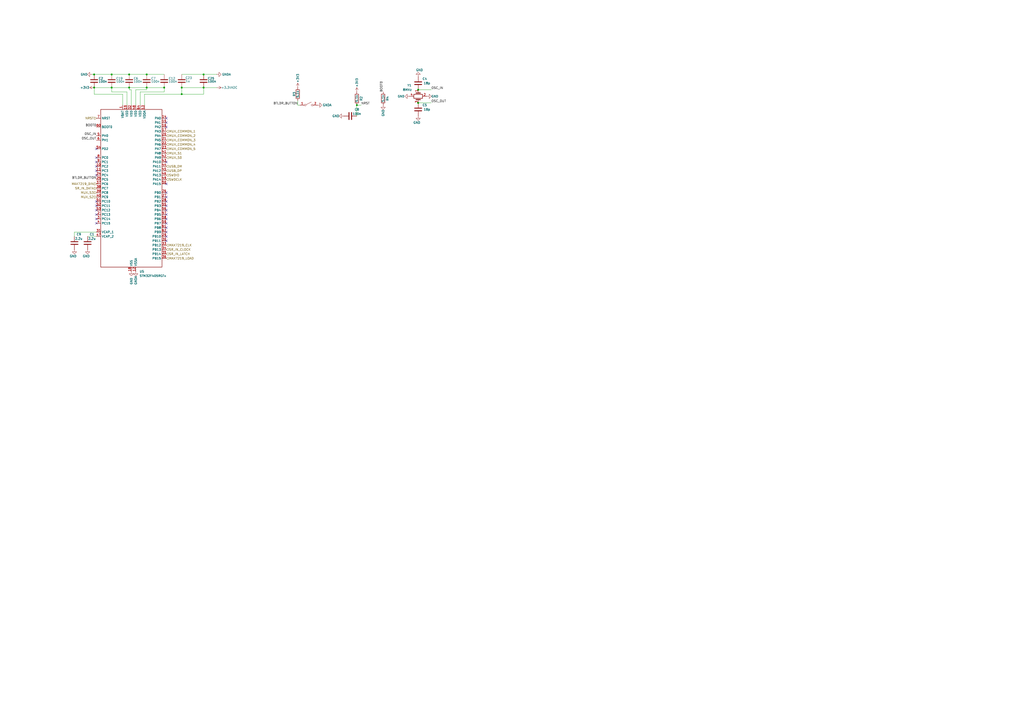
<source format=kicad_sch>
(kicad_sch (version 20250114) (generator "eeschema") (generator_version "9.0")
  (paper "A2")
  (lib_symbols
    (symbol "Device:C" (pin_numbers (hide yes)) (pin_names (offset 0.254))
      (property "Reference" "C" (at 0.635 2.54 0))
      (property "Value" "C" (at 0.635 -2.54 0))
      (symbol "C_0_1"
        (polyline (pts (xy -2.032 0.762) (xy 2.032 0.762)) (stroke (width 0.508)))
        (polyline (pts (xy -2.032 -0.762) (xy 2.032 -0.762)) (stroke (width 0.508)))
      )
      (symbol "C_1_1"
        (pin passive line (at 0 3.81 270) (length 2.794) (name "~") (number "1"))
        (pin passive line (at 0 -3.81 90) (length 2.794) (name "~") (number "2"))
      )
    )
    (symbol "Device:R" (pin_numbers (hide yes)) (pin_names (offset 0))
      (property "Reference" "R" (at 2.032 0 90))
      (property "Value" "R" (at 0 0 90))
      (symbol "R_0_1"
        (rectangle (start -1.016 -2.54) (end 1.016 2.54) (stroke (width 0.254)))
      )
      (symbol "R_1_1"
        (pin passive line (at 0 3.81 270) (length 1.27) (name "~") (number "1"))
        (pin passive line (at 0 -3.81 90) (length 1.27) (name "~") (number "2"))
      )
    )
    (symbol "Igor:12MHz" (pin_names (hide yes))
      (property "Reference" "Y1" (at -6.35 0 0))
      (property "Value" "12MHz" (at 1.27 3.81 0))
      (symbol "12MHz_0_1"
        (polyline (pts (xy -2.54 0) (xy -1.905 0)))
        (polyline (pts (xy -1.905 -1.27) (xy -1.905 1.27)) (stroke (width 0.508)))
        (rectangle (start -1.143 2.54) (end 1.143 -2.54) (stroke (width 0.3048)))
        (polyline (pts (xy 1.905 -1.27) (xy 1.905 1.27)) (stroke (width 0.508)))
        (polyline (pts (xy 2.54 0) (xy 1.905 0)))
      )
      (symbol "12MHz_1_1"
        (pin passive line (at -3.81 0 0) (length 1.27) (name "1") (number "1"))
        (pin passive line (at 0 5.08 270) (length 2.54) (name "2") (number "2"))
        (pin passive line (at 0 -5.08 90) (length 2.54) (name "4") (number "4"))
        (pin passive line (at 3.81 0 180) (length 1.27) (name "3") (number "3"))
      )
    )
    (symbol "MCU_ST_STM32F4:STM32F405RGTx"
      (property "Reference" "U?" (at 4.6833 -48.26 0))
      (property "Value" "STM32F405RGTx" (at 4.6833 -50.8 0))
      (symbol "STM32F405RGTx_1_1"
        (rectangle (start -17.78 45.72) (end 17.78 -45.72) (stroke (width 0.254)))
        (pin input line (at -20.32 40.64 0) (length 2.54) (name "NRST") (number "7"))
        (pin input line (at -20.32 35.56 0) (length 2.54) (name "BOOT0") (number "60"))
        (pin bidirectional line (at -20.32 30.48 0) (length 2.54) (name "PH0") (number "5"))
        (pin bidirectional line (at -20.32 27.94 0) (length 2.54) (name "PH1") (number "6"))
        (pin bidirectional line (at -20.32 22.86 0) (length 2.54) (name "PD2") (number "54"))
        (pin bidirectional line (at -20.32 17.78 0) (length 2.54) (name "PC0") (number "8"))
        (pin bidirectional line (at -20.32 15.24 0) (length 2.54) (name "PC1") (number "9"))
        (pin bidirectional line (at -20.32 12.7 0) (length 2.54) (name "PC2") (number "10"))
        (pin bidirectional line (at -20.32 10.16 0) (length 2.54) (name "PC3") (number "11"))
        (pin bidirectional line (at -20.32 7.62 0) (length 2.54) (name "PC4") (number "24"))
        (pin bidirectional line (at -20.32 5.08 0) (length 2.54) (name "PC5") (number "25"))
        (pin bidirectional line (at -20.32 2.54 0) (length 2.54) (name "PC6") (number "37"))
        (pin bidirectional line (at -20.32 0 0) (length 2.54) (name "PC7") (number "38"))
        (pin bidirectional line (at -20.32 -2.54 0) (length 2.54) (name "PC8") (number "39"))
        (pin bidirectional line (at -20.32 -5.08 0) (length 2.54) (name "PC9") (number "40"))
        (pin bidirectional line (at -20.32 -7.62 0) (length 2.54) (name "PC10") (number "51"))
        (pin bidirectional line (at -20.32 -10.16 0) (length 2.54) (name "PC11") (number "52"))
        (pin bidirectional line (at -20.32 -12.7 0) (length 2.54) (name "PC12") (number "53"))
        (pin bidirectional line (at -20.32 -15.24 0) (length 2.54) (name "PC13") (number "2"))
        (pin bidirectional line (at -20.32 -17.78 0) (length 2.54) (name "PC14") (number "3"))
        (pin bidirectional line (at -20.32 -20.32 0) (length 2.54) (name "PC15") (number "4"))
        (pin power_out line (at -20.32 -25.4 0) (length 2.54) (name "VCAP_1") (number "31"))
        (pin power_out line (at -20.32 -27.94 0) (length 2.54) (name "VCAP_2") (number "47"))
        (pin power_in line (at -5.08 48.26 270) (length 2.54) (name "VBAT") (number "1"))
        (pin power_in line (at -2.54 48.26 270) (length 2.54) (name "VDD") (number "19"))
        (pin power_in line (at 0 48.26 270) (length 2.54) (name "VDD") (number "32"))
        (pin power_in line (at 0 -48.26 90) (length 2.54) (name "VSS") (number "18"))
        (pin passive line (at 0 -48.26 90) (length 2.54) (hide yes) (name "VSS") (number "63"))
        (pin power_in line (at 2.54 48.26 270) (length 2.54) (name "VDD") (number "48"))
        (pin power_in line (at 2.54 -48.26 90) (length 2.54) (name "VSSA") (number "12"))
        (pin power_in line (at 5.08 48.26 270) (length 2.54) (name "VDD") (number "64"))
        (pin power_in line (at 7.62 48.26 270) (length 2.54) (name "VDDA") (number "13"))
        (pin bidirectional line (at 20.32 40.64 180) (length 2.54) (name "PA0") (number "14"))
        (pin bidirectional line (at 20.32 38.1 180) (length 2.54) (name "PA1") (number "15"))
        (pin bidirectional line (at 20.32 35.56 180) (length 2.54) (name "PA2") (number "16"))
        (pin bidirectional line (at 20.32 33.02 180) (length 2.54) (name "PA3") (number "17"))
        (pin bidirectional line (at 20.32 30.48 180) (length 2.54) (name "PA4") (number "20"))
        (pin bidirectional line (at 20.32 27.94 180) (length 2.54) (name "PA5") (number "21"))
        (pin bidirectional line (at 20.32 25.4 180) (length 2.54) (name "PA6") (number "22"))
        (pin bidirectional line (at 20.32 22.86 180) (length 2.54) (name "PA7") (number "23"))
        (pin bidirectional line (at 20.32 20.32 180) (length 2.54) (name "PA8") (number "41"))
        (pin bidirectional line (at 20.32 17.78 180) (length 2.54) (name "PA9") (number "42"))
        (pin bidirectional line (at 20.32 15.24 180) (length 2.54) (name "PA10") (number "43"))
        (pin bidirectional line (at 20.32 12.7 180) (length 2.54) (name "PA11") (number "44"))
        (pin bidirectional line (at 20.32 10.16 180) (length 2.54) (name "PA12") (number "45"))
        (pin bidirectional line (at 20.32 7.62 180) (length 2.54) (name "PA13") (number "46"))
        (pin bidirectional line (at 20.32 5.08 180) (length 2.54) (name "PA14") (number "49"))
        (pin bidirectional line (at 20.32 2.54 180) (length 2.54) (name "PA15") (number "50"))
        (pin bidirectional line (at 20.32 -2.54 180) (length 2.54) (name "PB0") (number "26"))
        (pin bidirectional line (at 20.32 -5.08 180) (length 2.54) (name "PB1") (number "27"))
        (pin bidirectional line (at 20.32 -7.62 180) (length 2.54) (name "PB2") (number "28"))
        (pin bidirectional line (at 20.32 -10.16 180) (length 2.54) (name "PB3") (number "55"))
        (pin bidirectional line (at 20.32 -12.7 180) (length 2.54) (name "PB4") (number "56"))
        (pin bidirectional line (at 20.32 -15.24 180) (length 2.54) (name "PB5") (number "57"))
        (pin bidirectional line (at 20.32 -17.78 180) (length 2.54) (name "PB6") (number "58"))
        (pin bidirectional line (at 20.32 -20.32 180) (length 2.54) (name "PB7") (number "59"))
        (pin bidirectional line (at 20.32 -22.86 180) (length 2.54) (name "PB8") (number "61"))
        (pin bidirectional line (at 20.32 -25.4 180) (length 2.54) (name "PB9") (number "62"))
        (pin bidirectional line (at 20.32 -27.94 180) (length 2.54) (name "PB10") (number "29"))
        (pin bidirectional line (at 20.32 -30.48 180) (length 2.54) (name "PB11") (number "30"))
        (pin bidirectional line (at 20.32 -33.02 180) (length 2.54) (name "PB12") (number "33"))
        (pin bidirectional line (at 20.32 -35.56 180) (length 2.54) (name "PB13") (number "34"))
        (pin bidirectional line (at 20.32 -38.1 180) (length 2.54) (name "PB14") (number "35"))
        (pin bidirectional line (at 20.32 -40.64 180) (length 2.54) (name "PB15") (number "36"))
      )
    )
    (symbol "Switch:SW_SPST" (pin_names (offset 0) (hide yes))
      (property "Reference" "SW" (at 0 3.175 0))
      (property "Value" "SW_SPST" (at 0 -2.54 0))
      (symbol "SW_SPST_0_0"
        (circle (center -2.032 0) (radius 0.508))
        (polyline (pts (xy -1.524 0.254) (xy 1.524 1.778)))
        (circle (center 2.032 0) (radius 0.508))
      )
      (symbol "SW_SPST_1_1"
        (pin passive line (at -5.08 0 0) (length 2.54) (name "A") (number "1"))
        (pin passive line (at 5.08 0 180) (length 2.54) (name "B") (number "2"))
      )
    )
    (symbol "power:+3.3VADC" (power) (pin_names (offset 0))
      (property "Value" "+3.3VADC" (at 0 2.54 0))
      (symbol "+3.3VADC_0_0"
        (pin power_in line (at 0 0 90) (length 0) (hide yes) (name "+3.3VADC") (number "1"))
      )
      (symbol "+3.3VADC_0_1"
        (polyline (pts (xy -0.762 1.27) (xy 0 2.54)))
        (polyline (pts (xy 0 2.54) (xy 0.762 1.27)))
        (polyline (pts (xy 0 0) (xy 0 2.54)))
      )
    )
    (symbol "power:+3V3" (power) (pin_numbers (hide yes)) (pin_names (offset 0) (hide yes))
      (property "Value" "+3V3" (at 0 3.556 0))
      (symbol "+3V3_0_1"
        (polyline (pts (xy -0.762 1.27) (xy 0 2.54)))
        (polyline (pts (xy 0 2.54) (xy 0.762 1.27)))
        (polyline (pts (xy 0 0) (xy 0 2.54)))
      )
      (symbol "+3V3_1_1"
        (pin power_in line (at 0 0 90) (length 0) (name "~") (number "1"))
      )
    )
    (symbol "power:GND" (power) (pin_numbers (hide yes)) (pin_names (offset 0) (hide yes))
      (property "Value" "GND" (at 0 -3.81 0))
      (symbol "GND_0_1"
        (polyline (pts (xy 0 0) (xy 0 -1.27) (xy 1.27 -1.27) (xy 0 -2.54) (xy -1.27 -1.27) (xy 0 -1.27)))
      )
      (symbol "GND_1_1"
        (pin power_in line (at 0 0 270) (length 0) (name "~") (number "1"))
      )
    )
    (symbol "power:GNDA" (power) (pin_numbers (hide yes)) (pin_names (offset 0) (hide yes))
      (property "Value" "GNDA" (at 0 -3.81 0))
      (symbol "GNDA_0_1"
        (polyline (pts (xy 0 0) (xy 0 -1.27) (xy 1.27 -1.27) (xy 0 -2.54) (xy -1.27 -1.27) (xy 0 -1.27)))
      )
      (symbol "GNDA_1_1"
        (pin power_in line (at 0 0 270) (length 0) (name "~") (number "1"))
      )
    )
  )
  (junction (at 118.11 50.8))
  (junction (at 64.77 43.18))
  (junction (at 54.61 43.18))
  (junction (at 207.01 60.96))
  (junction (at 242.57 52.07))
  (junction (at 64.77 50.8))
  (junction (at 105.41 50.8))
  (junction (at 85.09 43.18))
  (junction (at 105.41 54.61))
  (junction (at 118.11 43.18))
  (junction (at 54.61 50.8))
  (junction (at 85.09 50.8))
  (junction (at 74.93 43.18))
  (junction (at 74.93 50.8))
  (junction (at 242.57 59.69))
  (junction (at 95.25 50.8))
  (no_connect (at 55.88 129.54))
  (no_connect (at 55.88 93.98))
  (no_connect (at 55.88 91.44))
  (no_connect (at 96.52 93.98))
  (no_connect (at 96.52 139.7))
  (no_connect (at 55.88 121.92))
  (no_connect (at 55.88 99.06))
  (no_connect (at 96.52 121.92))
  (no_connect (at 55.88 101.6))
  (no_connect (at 96.52 119.38))
  (no_connect (at 96.52 73.66))
  (no_connect (at 96.52 116.84))
  (no_connect (at 55.88 124.46))
  (no_connect (at 55.88 127))
  (no_connect (at 96.52 71.12))
  (no_connect (at 55.88 119.38))
  (no_connect (at 96.52 106.68))
  (no_connect (at 96.52 124.46))
  (no_connect (at 96.52 114.3))
  (no_connect (at 55.88 96.52))
  (no_connect (at 55.88 116.84))
  (no_connect (at 96.52 111.76))
  (no_connect (at 55.88 86.36))
  (no_connect (at 96.52 127))
  (no_connect (at 96.52 137.16))
  (no_connect (at 96.52 134.62))
  (no_connect (at 96.52 132.08))
  (no_connect (at 96.52 129.54))
  (no_connect (at 96.52 68.58))
  (wire (pts (xy 64.77 50.8) (xy 74.93 50.8)))
  (wire (pts (xy 43.18 134.62) (xy 55.88 134.62)))
  (wire (pts (xy 83.82 60.96) (xy 83.82 54.61)))
  (wire (pts (xy 76.2 60.96) (xy 76.2 52.07)))
  (wire (pts (xy 207.01 60.96) (xy 209.55 60.96)))
  (wire (pts (xy 105.41 50.8) (xy 118.11 50.8)))
  (wire (pts (xy 64.77 43.18) (xy 74.93 43.18)))
  (wire (pts (xy 125.73 43.18) (xy 118.11 43.18)))
  (wire (pts (xy 81.28 60.96) (xy 81.28 53.34)))
  (wire (pts (xy 54.61 50.8) (xy 64.77 50.8)))
  (wire (pts (xy 64.77 53.34) (xy 64.77 50.8)))
  (wire (pts (xy 105.41 43.18) (xy 118.11 43.18)))
  (wire (pts (xy 71.12 54.61) (xy 54.61 54.61)))
  (wire (pts (xy 78.74 52.07) (xy 78.74 60.96)))
  (wire (pts (xy 172.72 60.96) (xy 173.99 60.96)))
  (wire (pts (xy 73.66 60.96) (xy 73.66 53.34)))
  (wire (pts (xy 172.72 58.42) (xy 172.72 60.96)))
  (wire (pts (xy 250.19 52.07) (xy 242.57 52.07)))
  (wire (pts (xy 83.82 54.61) (xy 105.41 54.61)))
  (wire (pts (xy 242.57 59.69) (xy 250.19 59.69)))
  (wire (pts (xy 85.09 43.18) (xy 95.25 43.18)))
  (wire (pts (xy 54.61 43.18) (xy 64.77 43.18)))
  (wire (pts (xy 85.09 52.07) (xy 85.09 50.8)))
  (wire (pts (xy 71.12 60.96) (xy 71.12 54.61)))
  (wire (pts (xy 105.41 54.61) (xy 105.41 50.8)))
  (wire (pts (xy 53.34 43.18) (xy 54.61 43.18)))
  (wire (pts (xy 95.25 53.34) (xy 95.25 50.8)))
  (wire (pts (xy 74.93 43.18) (xy 85.09 43.18)))
  (wire (pts (xy 73.66 53.34) (xy 64.77 53.34)))
  (wire (pts (xy 76.2 52.07) (xy 74.93 52.07)))
  (wire (pts (xy 78.74 52.07) (xy 85.09 52.07)))
  (wire (pts (xy 105.41 54.61) (xy 118.11 54.61)))
  (wire (pts (xy 74.93 52.07) (xy 74.93 50.8)))
  (wire (pts (xy 54.61 54.61) (xy 54.61 50.8)))
  (wire (pts (xy 74.93 50.8) (xy 85.09 50.8)))
  (wire (pts (xy 118.11 54.61) (xy 118.11 50.8)))
  (wire (pts (xy 43.18 134.62) (xy 43.18 137.16)))
  (wire (pts (xy 50.8 137.16) (xy 55.88 137.16)))
  (wire (pts (xy 125.73 50.8) (xy 118.11 50.8)))
  (wire (pts (xy 81.28 53.34) (xy 95.25 53.34)))
  (wire (pts (xy 207.01 67.31) (xy 207.01 60.96)))
  (wire (pts (xy 85.09 50.8) (xy 95.25 50.8)))
  (label "NRST" (at 209.55 60.96 0))
  (label "BOOT0" (at 222.25 53.34 90))
  (label "OSC_IN" (at 250.19 52.07 0))
  (label "OSC_OUT" (at 55.88 81.28 180))
  (label "BOOT0" (at 55.88 73.66 180))
  (label "OSC_OUT" (at 250.19 59.69 0))
  (label "BTLDR_BUTTON" (at 55.88 104.14 180))
  (label "OSC_IN" (at 55.88 78.74 180))
  (label "BTLDR_BUTTON" (at 172.72 60.96 180))
  (hierarchical_label "MAX7219_LOAD" (shape input) (at 96.52 149.86 0))
  (hierarchical_label "MUX_COMMON_3" (shape input) (at 96.52 81.28 0))
  (hierarchical_label "MUX_S0" (shape input) (at 96.52 91.44 0))
  (hierarchical_label "SR_IN_CLOCK" (shape input) (at 96.52 144.78 0))
  (hierarchical_label "SWDCLK" (shape input) (at 96.52 104.14 0))
  (hierarchical_label "MAX7219_DIN" (shape input) (at 55.88 106.68 180))
  (hierarchical_label "MUX_S2" (shape input) (at 55.88 114.3 180))
  (hierarchical_label "MUX_S3" (shape input) (at 55.88 111.76 180))
  (hierarchical_label "MUX_COMMON_1" (shape input) (at 96.52 76.2 0))
  (hierarchical_label "MAX7219_CLK" (shape input) (at 96.52 142.24 0))
  (hierarchical_label "MUX_COMMON_5" (shape input) (at 96.52 86.36 0))
  (hierarchical_label "MUX_COMMON_4" (shape input) (at 96.52 83.82 0))
  (hierarchical_label "NRST" (shape input) (at 55.88 68.58 180))
  (hierarchical_label "SR_IN_LATCH" (shape input) (at 96.52 147.32 0))
  (hierarchical_label "MUX_COMMON_2" (shape input) (at 96.52 78.74 0))
  (hierarchical_label "USB_DM" (shape input) (at 96.52 96.52 0))
  (hierarchical_label "USB_DP" (shape input) (at 96.52 99.06 0))
  (hierarchical_label "MUX_S1" (shape input) (at 96.52 88.9 0))
  (hierarchical_label "SR_IN_DATA" (shape input) (at 55.88 109.22 180))
  (hierarchical_label "SWDIO" (shape input) (at 96.52 101.6 0))
  (symbol (lib_id "power:GNDA") (at 78.74 157.48 0) (unit 1)
    (property "Reference" "#PWR062" (effects (hide yes)))
    (property "Value" "GNDA" (at 78.74 160.02 90) (effects (justify right)))
    (property "Description" "Power symbol creates a global label with name \"GNDA\" , analog ground" (effects (hide yes)))
  )
  (symbol (lib_id "power:GND") (at 53.34 43.18 270) (unit 1)
    (property "Reference" "#PWR056" (effects (hide yes)))
    (property "Value" "GND" (at 50.8 43.18 90) (effects (justify right)))
  )
  (symbol (lib_id "power:GND") (at 242.57 44.45 180) (unit 1)
    (property "Reference" "#PWR064" (effects (hide yes)))
    (property "Value" "GND" (at 241.3 40.64 0) (effects (justify right)))
  )
  (symbol (lib_id "Device:R") (at 207.01 57.15 180) (unit 1)
    (property "Reference" "R2" (at 209.55 57.15 90))
    (property "Value" "5.1k" (at 207.01 57.15 90))
    (property "Footprint" "Resistor_SMD:R_0402_1005Metric" (effects (hide yes)))
    (property "LCSC" "C25905" (effects (hide yes)))
  )
  (symbol (lib_id "Device:C") (at 105.41 46.99 180) (unit 1)
    (property "Reference" "C23" (at 109.474 45.212 0))
    (property "Value" "1u" (at 108.966 46.99 0))
    (property "Footprint" "Capacitor_SMD:C_0402_1005Metric" (effects (hide yes)))
    (property "LCSC" "C307413" (effects (hide yes)))
  )
  (symbol (lib_id "Device:R") (at 222.25 57.15 180) (unit 1)
    (property "Reference" "R4" (at 224.79 57.15 90))
    (property "Value" "5.1k" (at 222.25 57.15 90))
    (property "Footprint" "Resistor_SMD:R_0402_1005Metric" (effects (hide yes)))
    (property "LCSC" "C25905" (effects (hide yes)))
  )
  (symbol (lib_id "power:GNDA") (at 184.15 60.96 90) (unit 1)
    (property "Reference" "#PWR03" (effects (hide yes)))
    (property "Value" "GNDA" (at 187.198 60.96 90) (effects (justify right)))
    (property "Description" "Power symbol creates a global label with name \"GNDA\" , analog ground" (effects (hide yes)))
  )
  (symbol (lib_id "power:+3V3") (at 54.61 50.8 90) (unit 1)
    (property "Reference" "#PWR067" (effects (hide yes)))
    (property "Value" "+3V3" (at 51.816 50.8 90) (effects (justify left)))
    (property "Description" "Power symbol creates a global label with name \"+3V3\"" (effects (hide yes)))
  )
  (symbol (lib_id "Device:C") (at 95.25 46.99 0) (unit 1)
    (property "Reference" "C12" (at 97.79 46.228 0) (effects (justify left bottom)))
    (property "Value" "100n" (at 97.79 48.006 0) (effects (justify left bottom)))
    (property "Footprint" "Capacitor_SMD:C_0402_1005Metric" (effects (hide yes)))
    (property "Description" "Unpolarized capacitor" (effects (hide yes)))
    (property "LCSC" "C1525" (effects (hide yes)))
  )
  (symbol (lib_id "power:GND") (at 237.49 55.88 270) (unit 1)
    (property "Reference" "#PWR063" (effects (hide yes)))
    (property "Value" "GND" (at 234.696 55.88 90) (effects (justify right)))
  )
  (symbol (lib_id "power:GND") (at 50.8 144.78 0) (unit 1)
    (property "Reference" "#PWR060" (effects (hide yes)))
    (property "Value" "GND" (at 52.07 148.59 0) (effects (justify right)))
  )
  (symbol (lib_id "power:GND") (at 199.39 67.31 270) (unit 1)
    (property "Reference" "#PWR053" (effects (hide yes)))
    (property "Value" "GND" (at 196.85 67.31 90) (effects (justify right)))
  )
  (symbol (lib_id "MCU_ST_STM32F4:STM32F405RGTx") (at 76.2 109.22 0) (unit 1)
    (property "Reference" "U5" (at 80.8833 157.48 0) (effects (justify left)))
    (property "Value" "STM32F405RGTx" (at 80.8833 160.02 0) (effects (justify left)))
    (property "Footprint" "Package_QFP:LQFP-64_10x10mm_P0.5mm" (effects (hide yes)))
    (property "Datasheet" "https://www.st.com/resource/en/datasheet/stm32f405rg.pdf" (effects (hide yes)))
    (property "Description" "STMicroelectronics Arm Cortex-M4 MCU, 1024KB flash, 192KB RAM, 168 MHz, 1.8-3.6V, 51 GPIO, LQFP64" (effects (hide yes)))
    (property "LCSC" "C15742" (effects (hide yes)))
  )
  (symbol (lib_id "Device:C") (at 43.18 140.97 180) (unit 1)
    (property "Reference" "C9" (at 45.72 135.89 0))
    (property "Value" "2.2u" (at 45.72 138.43 0))
    (property "Footprint" "Capacitor_SMD:C_0402_1005Metric" (effects (hide yes)))
    (property "LCSC" "C12530" (effects (hide yes)))
  )
  (symbol (lib_id "Device:C") (at 85.09 46.99 0) (unit 1)
    (property "Reference" "C7" (at 87.63 46.228 0) (effects (justify left bottom)))
    (property "Value" "100n" (at 87.63 48.006 0) (effects (justify left bottom)))
    (property "Footprint" "Capacitor_SMD:C_0402_1005Metric" (effects (hide yes)))
    (property "Description" "Unpolarized capacitor" (effects (hide yes)))
    (property "LCSC" "C1525" (effects (hide yes)))
  )
  (symbol (lib_id "power:+3.3VADC") (at 125.73 50.8 270) (unit 1)
    (property "Reference" "#PWR052" (effects (hide yes)))
    (property "Value" "+3.3VADC" (at 128.27 50.8 90) (effects (justify left)))
  )
  (symbol (lib_id "power:+3V3") (at 172.72 50.8 0) (unit 1)
    (property "Reference" "#PWR049" (effects (hide yes)))
    (property "Value" "+3V3" (at 172.72 48.006 90) (effects (justify left)))
    (property "Description" "Power symbol creates a global label with name \"+3V3\"" (effects (hide yes)))
  )
  (symbol (lib_id "Switch:SW_SPST") (at 179.07 60.96 0) (unit 1)
    (property "Reference" "SW1" (effects (hide yes)))
    (property "Footprint" "Button_Switch_THT:SW_PUSH_6mm" (effects (hide yes)))
    (property "Description" "Single Pole Single Throw (SPST) switch" (effects (hide yes)))
    (property "LCSC" "C13828" (effects (hide yes)))
  )
  (symbol (lib_id "power:GND") (at 76.2 157.48 0) (unit 1)
    (property "Reference" "#PWR061" (effects (hide yes)))
    (property "Value" "GND" (at 76.2 163.068 90))
    (property "Description" "Power symbol creates a global label with name \"GND\" , ground" (effects (hide yes)))
  )
  (symbol (lib_id "Device:C") (at 242.57 63.5 180) (unit 1)
    (property "Reference" "C5" (at 246.38 60.96 0))
    (property "Value" "18p" (at 247.65 63.5 0))
    (property "Footprint" "Capacitor_SMD:C_0402_1005Metric" (effects (hide yes)))
    (property "LCSC" "C541431" (effects (hide yes)))
  )
  (symbol (lib_id "Device:C") (at 242.57 48.26 180) (unit 1)
    (property "Reference" "C4" (at 246.38 45.72 0))
    (property "Value" "18p" (at 247.65 48.26 0))
    (property "Footprint" "Capacitor_SMD:C_0402_1005Metric" (effects (hide yes)))
    (property "LCSC" "C541431" (effects (hide yes)))
  )
  (symbol (lib_id "power:GND") (at 222.25 60.96 0) (unit 1)
    (property "Reference" "#PWR057" (effects (hide yes)))
    (property "Value" "GND" (at 222.25 63.5 90) (effects (justify right)))
  )
  (symbol (lib_id "Device:C") (at 203.2 67.31 90) (unit 1)
    (property "Reference" "C8" (at 207.01 63.5 90))
    (property "Value" "100n" (at 207.01 66.04 90))
    (property "Footprint" "Capacitor_SMD:C_0402_1005Metric" (effects (hide yes)))
    (property "LCSC" "C1525" (effects (hide yes)))
  )
  (symbol (lib_id "power:GND") (at 247.65 55.88 90) (unit 1)
    (property "Reference" "#PWR066" (effects (hide yes)))
    (property "Value" "GND" (at 250.19 55.88 90) (effects (justify right)))
  )
  (symbol (lib_id "power:GND") (at 43.18 144.78 0) (unit 1)
    (property "Reference" "#PWR059" (effects (hide yes)))
    (property "Value" "GND" (at 44.45 148.59 0) (effects (justify right)))
  )
  (symbol (lib_id "Device:C") (at 54.61 46.99 0) (unit 1)
    (property "Reference" "C2" (at 57.15 46.228 0) (effects (justify left bottom)))
    (property "Value" "100n" (at 57.15 48.006 0) (effects (justify left bottom)))
    (property "Footprint" "Capacitor_SMD:C_0402_1005Metric" (effects (hide yes)))
    (property "Description" "Unpolarized capacitor" (effects (hide yes)))
    (property "LCSC" "C1525" (effects (hide yes)))
  )
  (symbol (lib_id "Device:C") (at 50.8 140.97 180) (unit 1)
    (property "Reference" "C1" (at 53.34 135.89 0))
    (property "Value" "2.2u" (at 53.34 138.43 0))
    (property "Footprint" "Capacitor_SMD:C_0402_1005Metric" (effects (hide yes)))
    (property "LCSC" "C12530" (effects (hide yes)))
  )
  (symbol (lib_id "power:GND") (at 242.57 67.31 0) (unit 1)
    (property "Reference" "#PWR065" (effects (hide yes)))
    (property "Value" "GND" (at 243.84 71.12 0) (effects (justify right)))
  )
  (symbol (lib_id "Device:R") (at 172.72 54.61 180) (unit 1)
    (property "Reference" "R3" (at 170.688 54.61 90))
    (property "Value" "5.1k" (at 172.72 54.61 90))
    (property "Footprint" "Resistor_SMD:R_0402_1005Metric" (effects (hide yes)))
    (property "Description" "Resistor" (effects (hide yes)))
    (property "LCSC" "C25905" (effects (hide yes)))
  )
  (symbol (lib_id "power:+3V3") (at 207.01 53.34 0) (unit 1)
    (property "Reference" "#PWR055" (effects (hide yes)))
    (property "Value" "+3V3" (at 207.01 50.546 90) (effects (justify left)))
    (property "Description" "Power symbol creates a global label with name \"+3V3\"" (effects (hide yes)))
  )
  (symbol (lib_id "Device:C") (at 64.77 46.99 0) (unit 1)
    (property "Reference" "C19" (at 67.31 46.228 0) (effects (justify left bottom)))
    (property "Value" "100n" (at 67.31 48.006 0) (effects (justify left bottom)))
    (property "Footprint" "Capacitor_SMD:C_0402_1005Metric" (effects (hide yes)))
    (property "Description" "Unpolarized capacitor" (effects (hide yes)))
    (property "LCSC" "C1525" (effects (hide yes)))
  )
  (symbol (lib_id "Igor:12MHz") (at 242.57 55.88 270) (unit 1)
    (property "Reference" "Y1" (at 236.22 49.53 90) (effects (justify left)))
    (property "Value" "8MHz" (at 233.68 52.07 90) (effects (justify left)))
    (property "Footprint" "Crystal:Crystal_SMD_5032-4Pin_5.0x3.2mm" (effects (hide yes)))
    (property "LCSC" "C2901620" (effects (hide yes)))
  )
  (symbol (lib_id "Device:C") (at 74.93 46.99 0) (unit 1)
    (property "Reference" "C6" (at 77.47 46.228 0) (effects (justify left bottom)))
    (property "Value" "100n" (at 77.47 48.006 0) (effects (justify left bottom)))
    (property "Footprint" "Capacitor_SMD:C_0402_1005Metric" (effects (hide yes)))
    (property "Description" "Unpolarized capacitor" (effects (hide yes)))
    (property "LCSC" "C1525" (effects (hide yes)))
  )
  (symbol (lib_id "power:GNDA") (at 125.73 43.18 90) (unit 1)
    (property "Reference" "#PWR058" (effects (hide yes)))
    (property "Value" "GNDA" (at 128.778 43.18 90) (effects (justify right)))
    (property "Description" "Power symbol creates a global label with name \"GNDA\" , analog ground" (effects (hide yes)))
  )
  (symbol (lib_id "Device:C") (at 118.11 46.99 180) (unit 1)
    (property "Reference" "C25" (at 122.428 45.466 0))
    (property "Value" "100n" (at 122.936 47.244 0))
    (property "Footprint" "Capacitor_SMD:C_0402_1005Metric" (effects (hide yes)))
    (property "LCSC" "C1525" (effects (hide yes)))
  )
)
</source>
